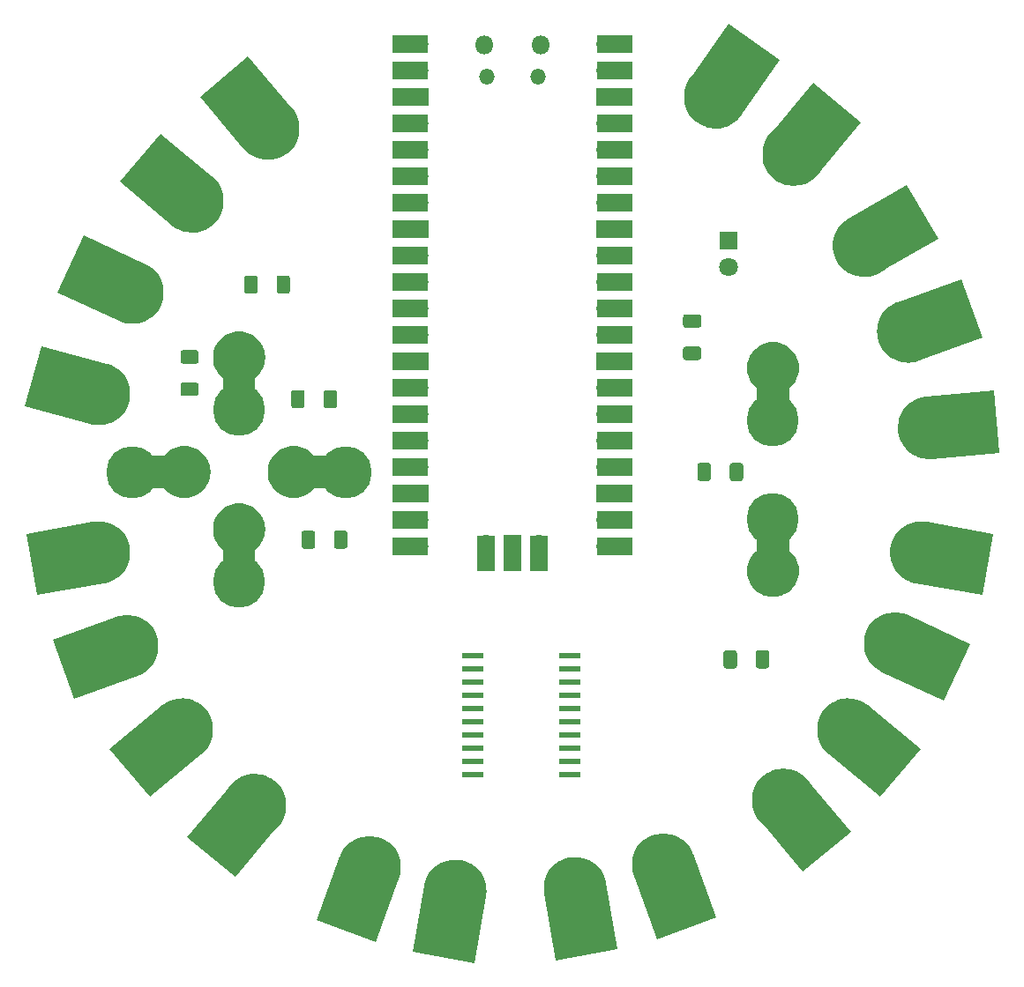
<source format=gbr>
%TF.GenerationSoftware,KiCad,Pcbnew,(5.1.10)-1*%
%TF.CreationDate,2021-06-07T23:37:17+02:00*%
%TF.ProjectId,Frisbee_v01,46726973-6265-4655-9f76-30312e6b6963,rev?*%
%TF.SameCoordinates,Original*%
%TF.FileFunction,Soldermask,Top*%
%TF.FilePolarity,Negative*%
%FSLAX46Y46*%
G04 Gerber Fmt 4.6, Leading zero omitted, Abs format (unit mm)*
G04 Created by KiCad (PCBNEW (5.1.10)-1) date 2021-06-07 23:37:17*
%MOMM*%
%LPD*%
G01*
G04 APERTURE LIST*
%ADD10C,0.100000*%
%ADD11C,5.000000*%
%ADD12C,1.800000*%
%ADD13R,1.800000X1.800000*%
%ADD14C,6.000000*%
%ADD15R,2.050000X0.600000*%
%ADD16O,1.700000X1.700000*%
%ADD17R,1.700000X1.700000*%
%ADD18R,3.500000X1.700000*%
%ADD19O,1.800000X1.800000*%
%ADD20O,1.500000X1.500000*%
%ADD21R,1.700000X3.500000*%
G04 APERTURE END LIST*
D10*
%TO.C,D9/Space1*%
G36*
X177472941Y-100366826D02*
G01*
X177425078Y-100607450D01*
X177353860Y-100842225D01*
X177259973Y-101068888D01*
X177144322Y-101285257D01*
X177008019Y-101489248D01*
X176852378Y-101678897D01*
X176678897Y-101852378D01*
X176550000Y-101958161D01*
X176550000Y-103250000D01*
X176549039Y-103259755D01*
X176546194Y-103269134D01*
X176541573Y-103277779D01*
X176535355Y-103285355D01*
X176527779Y-103291573D01*
X176519134Y-103296194D01*
X176509755Y-103299039D01*
X176500000Y-103300000D01*
X173500000Y-103300000D01*
X173490245Y-103299039D01*
X173480866Y-103296194D01*
X173472221Y-103291573D01*
X173464645Y-103285355D01*
X173458427Y-103277779D01*
X173453806Y-103269134D01*
X173450961Y-103259755D01*
X173450000Y-103250000D01*
X173450000Y-101958161D01*
X173321103Y-101852378D01*
X173147622Y-101678897D01*
X172991981Y-101489248D01*
X172855678Y-101285257D01*
X172740027Y-101068888D01*
X172646140Y-100842225D01*
X172574922Y-100607450D01*
X172527059Y-100366826D01*
X172503011Y-100122669D01*
X172503011Y-99877331D01*
X172527059Y-99633174D01*
X172574922Y-99392550D01*
X172646140Y-99157775D01*
X172740027Y-98931112D01*
X172855678Y-98714743D01*
X172991981Y-98510752D01*
X173147622Y-98321103D01*
X173321103Y-98147622D01*
X173510752Y-97991981D01*
X173714743Y-97855678D01*
X173931112Y-97740027D01*
X174157775Y-97646140D01*
X174392550Y-97574922D01*
X174633174Y-97527059D01*
X174877331Y-97503011D01*
X175122669Y-97503011D01*
X175366826Y-97527059D01*
X175607450Y-97574922D01*
X175842225Y-97646140D01*
X176068888Y-97740027D01*
X176285257Y-97855678D01*
X176489248Y-97991981D01*
X176678897Y-98147622D01*
X176852378Y-98321103D01*
X177008019Y-98510752D01*
X177144322Y-98714743D01*
X177259973Y-98931112D01*
X177353860Y-99157775D01*
X177425078Y-99392550D01*
X177472941Y-99633174D01*
X177496989Y-99877331D01*
X177496989Y-100122669D01*
X177472941Y-100366826D01*
G37*
D11*
X175000000Y-105000000D03*
%TD*%
D10*
%TO.C,D8/Click1*%
G36*
X172527059Y-119133174D02*
G01*
X172574922Y-118892550D01*
X172646140Y-118657775D01*
X172740027Y-118431112D01*
X172855678Y-118214743D01*
X172991981Y-118010752D01*
X173147622Y-117821103D01*
X173321103Y-117647622D01*
X173450000Y-117541839D01*
X173450000Y-116250000D01*
X173450961Y-116240245D01*
X173453806Y-116230866D01*
X173458427Y-116222221D01*
X173464645Y-116214645D01*
X173472221Y-116208427D01*
X173480866Y-116203806D01*
X173490245Y-116200961D01*
X173500000Y-116200000D01*
X176500000Y-116200000D01*
X176509755Y-116200961D01*
X176519134Y-116203806D01*
X176527779Y-116208427D01*
X176535355Y-116214645D01*
X176541573Y-116222221D01*
X176546194Y-116230866D01*
X176549039Y-116240245D01*
X176550000Y-116250000D01*
X176550000Y-117541839D01*
X176678897Y-117647622D01*
X176852378Y-117821103D01*
X177008019Y-118010752D01*
X177144322Y-118214743D01*
X177259973Y-118431112D01*
X177353860Y-118657775D01*
X177425078Y-118892550D01*
X177472941Y-119133174D01*
X177496989Y-119377331D01*
X177496989Y-119622669D01*
X177472941Y-119866826D01*
X177425078Y-120107450D01*
X177353860Y-120342225D01*
X177259973Y-120568888D01*
X177144322Y-120785257D01*
X177008019Y-120989248D01*
X176852378Y-121178897D01*
X176678897Y-121352378D01*
X176489248Y-121508019D01*
X176285257Y-121644322D01*
X176068888Y-121759973D01*
X175842225Y-121853860D01*
X175607450Y-121925078D01*
X175366826Y-121972941D01*
X175122669Y-121996989D01*
X174877331Y-121996989D01*
X174633174Y-121972941D01*
X174392550Y-121925078D01*
X174157775Y-121853860D01*
X173931112Y-121759973D01*
X173714743Y-121644322D01*
X173510752Y-121508019D01*
X173321103Y-121352378D01*
X173147622Y-121178897D01*
X172991981Y-120989248D01*
X172855678Y-120785257D01*
X172740027Y-120568888D01*
X172646140Y-120342225D01*
X172574922Y-120107450D01*
X172527059Y-119866826D01*
X172503011Y-119622669D01*
X172503011Y-119377331D01*
X172527059Y-119133174D01*
G37*
D11*
X175000000Y-114500000D03*
%TD*%
D10*
%TO.C,D7/Down1*%
G36*
X126222941Y-115866826D02*
G01*
X126175078Y-116107450D01*
X126103860Y-116342225D01*
X126009973Y-116568888D01*
X125894322Y-116785257D01*
X125758019Y-116989248D01*
X125602378Y-117178897D01*
X125428897Y-117352378D01*
X125300000Y-117458161D01*
X125300000Y-118750000D01*
X125299039Y-118759755D01*
X125296194Y-118769134D01*
X125291573Y-118777779D01*
X125285355Y-118785355D01*
X125277779Y-118791573D01*
X125269134Y-118796194D01*
X125259755Y-118799039D01*
X125250000Y-118800000D01*
X122250000Y-118800000D01*
X122240245Y-118799039D01*
X122230866Y-118796194D01*
X122222221Y-118791573D01*
X122214645Y-118785355D01*
X122208427Y-118777779D01*
X122203806Y-118769134D01*
X122200961Y-118759755D01*
X122200000Y-118750000D01*
X122200000Y-117458161D01*
X122071103Y-117352378D01*
X121897622Y-117178897D01*
X121741981Y-116989248D01*
X121605678Y-116785257D01*
X121490027Y-116568888D01*
X121396140Y-116342225D01*
X121324922Y-116107450D01*
X121277059Y-115866826D01*
X121253011Y-115622669D01*
X121253011Y-115377331D01*
X121277059Y-115133174D01*
X121324922Y-114892550D01*
X121396140Y-114657775D01*
X121490027Y-114431112D01*
X121605678Y-114214743D01*
X121741981Y-114010752D01*
X121897622Y-113821103D01*
X122071103Y-113647622D01*
X122260752Y-113491981D01*
X122464743Y-113355678D01*
X122681112Y-113240027D01*
X122907775Y-113146140D01*
X123142550Y-113074922D01*
X123383174Y-113027059D01*
X123627331Y-113003011D01*
X123872669Y-113003011D01*
X124116826Y-113027059D01*
X124357450Y-113074922D01*
X124592225Y-113146140D01*
X124818888Y-113240027D01*
X125035257Y-113355678D01*
X125239248Y-113491981D01*
X125428897Y-113647622D01*
X125602378Y-113821103D01*
X125758019Y-114010752D01*
X125894322Y-114214743D01*
X126009973Y-114431112D01*
X126103860Y-114657775D01*
X126175078Y-114892550D01*
X126222941Y-115133174D01*
X126246989Y-115377331D01*
X126246989Y-115622669D01*
X126222941Y-115866826D01*
G37*
D11*
X123750000Y-120500000D03*
%TD*%
D10*
%TO.C,D6/Right1*%
G36*
X118133174Y-112472941D02*
G01*
X117892550Y-112425078D01*
X117657775Y-112353860D01*
X117431112Y-112259973D01*
X117214743Y-112144322D01*
X117010752Y-112008019D01*
X116821103Y-111852378D01*
X116647622Y-111678897D01*
X116541839Y-111550000D01*
X115250000Y-111550000D01*
X115240245Y-111549039D01*
X115230866Y-111546194D01*
X115222221Y-111541573D01*
X115214645Y-111535355D01*
X115208427Y-111527779D01*
X115203806Y-111519134D01*
X115200961Y-111509755D01*
X115200000Y-111500000D01*
X115200000Y-108500000D01*
X115200961Y-108490245D01*
X115203806Y-108480866D01*
X115208427Y-108472221D01*
X115214645Y-108464645D01*
X115222221Y-108458427D01*
X115230866Y-108453806D01*
X115240245Y-108450961D01*
X115250000Y-108450000D01*
X116541839Y-108450000D01*
X116647622Y-108321103D01*
X116821103Y-108147622D01*
X117010752Y-107991981D01*
X117214743Y-107855678D01*
X117431112Y-107740027D01*
X117657775Y-107646140D01*
X117892550Y-107574922D01*
X118133174Y-107527059D01*
X118377331Y-107503011D01*
X118622669Y-107503011D01*
X118866826Y-107527059D01*
X119107450Y-107574922D01*
X119342225Y-107646140D01*
X119568888Y-107740027D01*
X119785257Y-107855678D01*
X119989248Y-107991981D01*
X120178897Y-108147622D01*
X120352378Y-108321103D01*
X120508019Y-108510752D01*
X120644322Y-108714743D01*
X120759973Y-108931112D01*
X120853860Y-109157775D01*
X120925078Y-109392550D01*
X120972941Y-109633174D01*
X120996989Y-109877331D01*
X120996989Y-110122669D01*
X120972941Y-110366826D01*
X120925078Y-110607450D01*
X120853860Y-110842225D01*
X120759973Y-111068888D01*
X120644322Y-111285257D01*
X120508019Y-111489248D01*
X120352378Y-111678897D01*
X120178897Y-111852378D01*
X119989248Y-112008019D01*
X119785257Y-112144322D01*
X119568888Y-112259973D01*
X119342225Y-112353860D01*
X119107450Y-112425078D01*
X118866826Y-112472941D01*
X118622669Y-112496989D01*
X118377331Y-112496989D01*
X118133174Y-112472941D01*
G37*
D11*
X113500000Y-110000000D03*
%TD*%
D10*
%TO.C,D5/Left1*%
G36*
X129366826Y-107527059D02*
G01*
X129607450Y-107574922D01*
X129842225Y-107646140D01*
X130068888Y-107740027D01*
X130285257Y-107855678D01*
X130489248Y-107991981D01*
X130678897Y-108147622D01*
X130852378Y-108321103D01*
X130958161Y-108450000D01*
X132250000Y-108450000D01*
X132259755Y-108450961D01*
X132269134Y-108453806D01*
X132277779Y-108458427D01*
X132285355Y-108464645D01*
X132291573Y-108472221D01*
X132296194Y-108480866D01*
X132299039Y-108490245D01*
X132300000Y-108500000D01*
X132300000Y-111500000D01*
X132299039Y-111509755D01*
X132296194Y-111519134D01*
X132291573Y-111527779D01*
X132285355Y-111535355D01*
X132277779Y-111541573D01*
X132269134Y-111546194D01*
X132259755Y-111549039D01*
X132250000Y-111550000D01*
X130958161Y-111550000D01*
X130852378Y-111678897D01*
X130678897Y-111852378D01*
X130489248Y-112008019D01*
X130285257Y-112144322D01*
X130068888Y-112259973D01*
X129842225Y-112353860D01*
X129607450Y-112425078D01*
X129366826Y-112472941D01*
X129122669Y-112496989D01*
X128877331Y-112496989D01*
X128633174Y-112472941D01*
X128392550Y-112425078D01*
X128157775Y-112353860D01*
X127931112Y-112259973D01*
X127714743Y-112144322D01*
X127510752Y-112008019D01*
X127321103Y-111852378D01*
X127147622Y-111678897D01*
X126991981Y-111489248D01*
X126855678Y-111285257D01*
X126740027Y-111068888D01*
X126646140Y-110842225D01*
X126574922Y-110607450D01*
X126527059Y-110366826D01*
X126503011Y-110122669D01*
X126503011Y-109877331D01*
X126527059Y-109633174D01*
X126574922Y-109392550D01*
X126646140Y-109157775D01*
X126740027Y-108931112D01*
X126855678Y-108714743D01*
X126991981Y-108510752D01*
X127147622Y-108321103D01*
X127321103Y-108147622D01*
X127510752Y-107991981D01*
X127714743Y-107855678D01*
X127931112Y-107740027D01*
X128157775Y-107646140D01*
X128392550Y-107574922D01*
X128633174Y-107527059D01*
X128877331Y-107503011D01*
X129122669Y-107503011D01*
X129366826Y-107527059D01*
G37*
D11*
X134000000Y-110000000D03*
%TD*%
D10*
%TO.C,D4/Up1*%
G36*
X126222941Y-99366826D02*
G01*
X126175078Y-99607450D01*
X126103860Y-99842225D01*
X126009973Y-100068888D01*
X125894322Y-100285257D01*
X125758019Y-100489248D01*
X125602378Y-100678897D01*
X125428897Y-100852378D01*
X125300000Y-100958161D01*
X125300000Y-102250000D01*
X125299039Y-102259755D01*
X125296194Y-102269134D01*
X125291573Y-102277779D01*
X125285355Y-102285355D01*
X125277779Y-102291573D01*
X125269134Y-102296194D01*
X125259755Y-102299039D01*
X125250000Y-102300000D01*
X122250000Y-102300000D01*
X122240245Y-102299039D01*
X122230866Y-102296194D01*
X122222221Y-102291573D01*
X122214645Y-102285355D01*
X122208427Y-102277779D01*
X122203806Y-102269134D01*
X122200961Y-102259755D01*
X122200000Y-102250000D01*
X122200000Y-100958161D01*
X122071103Y-100852378D01*
X121897622Y-100678897D01*
X121741981Y-100489248D01*
X121605678Y-100285257D01*
X121490027Y-100068888D01*
X121396140Y-99842225D01*
X121324922Y-99607450D01*
X121277059Y-99366826D01*
X121253011Y-99122669D01*
X121253011Y-98877331D01*
X121277059Y-98633174D01*
X121324922Y-98392550D01*
X121396140Y-98157775D01*
X121490027Y-97931112D01*
X121605678Y-97714743D01*
X121741981Y-97510752D01*
X121897622Y-97321103D01*
X122071103Y-97147622D01*
X122260752Y-96991981D01*
X122464743Y-96855678D01*
X122681112Y-96740027D01*
X122907775Y-96646140D01*
X123142550Y-96574922D01*
X123383174Y-96527059D01*
X123627331Y-96503011D01*
X123872669Y-96503011D01*
X124116826Y-96527059D01*
X124357450Y-96574922D01*
X124592225Y-96646140D01*
X124818888Y-96740027D01*
X125035257Y-96855678D01*
X125239248Y-96991981D01*
X125428897Y-97147622D01*
X125602378Y-97321103D01*
X125758019Y-97510752D01*
X125894322Y-97714743D01*
X126009973Y-97931112D01*
X126103860Y-98157775D01*
X126175078Y-98392550D01*
X126222941Y-98633174D01*
X126246989Y-98877331D01*
X126246989Y-99122669D01*
X126222941Y-99366826D01*
G37*
D11*
X123750000Y-104000000D03*
%TD*%
%TO.C,R7*%
G36*
G01*
X167875001Y-96150000D02*
X166624999Y-96150000D01*
G75*
G02*
X166375000Y-95900001I0J249999D01*
G01*
X166375000Y-95099999D01*
G75*
G02*
X166624999Y-94850000I249999J0D01*
G01*
X167875001Y-94850000D01*
G75*
G02*
X168125000Y-95099999I0J-249999D01*
G01*
X168125000Y-95900001D01*
G75*
G02*
X167875001Y-96150000I-249999J0D01*
G01*
G37*
G36*
G01*
X167875001Y-99250000D02*
X166624999Y-99250000D01*
G75*
G02*
X166375000Y-99000001I0J249999D01*
G01*
X166375000Y-98199999D01*
G75*
G02*
X166624999Y-97950000I249999J0D01*
G01*
X167875001Y-97950000D01*
G75*
G02*
X168125000Y-98199999I0J-249999D01*
G01*
X168125000Y-99000001D01*
G75*
G02*
X167875001Y-99250000I-249999J0D01*
G01*
G37*
%TD*%
D12*
%TO.C,LED1*%
X170750000Y-90290000D03*
D13*
X170750000Y-87750000D03*
%TD*%
D14*
%TO.C,VBUS1*%
X177000000Y-79500000D03*
D10*
G36*
X183476253Y-76449074D02*
G01*
X179298133Y-81428363D01*
X179295365Y-81426040D01*
X179200745Y-81538804D01*
X178990311Y-81744697D01*
X178760707Y-81928974D01*
X178514147Y-82089857D01*
X178253007Y-82225798D01*
X177979798Y-82335489D01*
X177697154Y-82417872D01*
X177407795Y-82472154D01*
X177114510Y-82497814D01*
X176820121Y-82494603D01*
X176527464Y-82462551D01*
X176239359Y-82401969D01*
X175958580Y-82313440D01*
X175687829Y-82197816D01*
X175429714Y-82056209D01*
X175186724Y-81889985D01*
X174961196Y-81700745D01*
X174755303Y-81490311D01*
X174571026Y-81260707D01*
X174410143Y-81014147D01*
X174274202Y-80753007D01*
X174164511Y-80479798D01*
X174082128Y-80197154D01*
X174027846Y-79907795D01*
X174002186Y-79614510D01*
X174005397Y-79320121D01*
X174037449Y-79027464D01*
X174098031Y-78739359D01*
X174186560Y-78458580D01*
X174302184Y-78187829D01*
X174443791Y-77929714D01*
X174610015Y-77686724D01*
X174704635Y-77573960D01*
X174701867Y-77571637D01*
X178879986Y-72592348D01*
X183476253Y-76449074D01*
G37*
%TD*%
D14*
%TO.C,M2-1*%
X156000000Y-150000000D03*
D10*
G36*
X154174290Y-156922195D02*
G01*
X153045577Y-150520945D01*
X153049136Y-150520317D01*
X153023574Y-150375350D01*
X153001115Y-150081803D01*
X153007538Y-149787466D01*
X153042780Y-149495177D01*
X153106500Y-149207750D01*
X153198088Y-148927952D01*
X153316658Y-148658479D01*
X153461072Y-148401925D01*
X153629936Y-148160762D01*
X153821625Y-147937311D01*
X154034294Y-147733725D01*
X154265893Y-147551965D01*
X154514192Y-147393782D01*
X154776801Y-147260696D01*
X155051190Y-147153992D01*
X155334716Y-147074697D01*
X155624650Y-147023574D01*
X155918197Y-147001115D01*
X156212534Y-147007538D01*
X156504823Y-147042780D01*
X156792250Y-147106500D01*
X157072048Y-147198088D01*
X157341521Y-147316658D01*
X157598075Y-147461072D01*
X157839238Y-147629936D01*
X158062689Y-147821625D01*
X158266275Y-148034294D01*
X158448035Y-148265893D01*
X158606218Y-148514192D01*
X158739304Y-148776801D01*
X158846008Y-149051190D01*
X158925303Y-149334716D01*
X158950864Y-149479683D01*
X158954423Y-149479055D01*
X160083136Y-155880306D01*
X154174290Y-156922195D01*
G37*
%TD*%
D14*
%TO.C,M2+1*%
X164500000Y-147750000D03*
D10*
G36*
X163904053Y-154884062D02*
G01*
X161680922Y-148776060D01*
X161684318Y-148774824D01*
X161633972Y-148636499D01*
X161560880Y-148351311D01*
X161516094Y-148060330D01*
X161500045Y-147766362D01*
X161512886Y-147472237D01*
X161554496Y-147180786D01*
X161624472Y-146894817D01*
X161722141Y-146617083D01*
X161846562Y-146350262D01*
X161996538Y-146096919D01*
X162170623Y-145859497D01*
X162367141Y-145640281D01*
X162584200Y-145441384D01*
X162819709Y-145264719D01*
X163071401Y-145111988D01*
X163336850Y-144984665D01*
X163613501Y-144883972D01*
X163898689Y-144810880D01*
X164189670Y-144766094D01*
X164483638Y-144750045D01*
X164777763Y-144762886D01*
X165069214Y-144804496D01*
X165355183Y-144874472D01*
X165632917Y-144972141D01*
X165899738Y-145096562D01*
X166153081Y-145246538D01*
X166390503Y-145420623D01*
X166609719Y-145617141D01*
X166808616Y-145834200D01*
X166985281Y-146069709D01*
X167138012Y-146321401D01*
X167265335Y-146586850D01*
X167315682Y-146725176D01*
X167319078Y-146723940D01*
X169542209Y-152831942D01*
X163904053Y-154884062D01*
G37*
%TD*%
D14*
%TO.C,M1-1*%
X144500000Y-150250000D03*
D10*
G36*
X140416864Y-156130306D02*
G01*
X141545577Y-149729055D01*
X141549136Y-149729683D01*
X141574697Y-149584716D01*
X141653992Y-149301190D01*
X141760696Y-149026801D01*
X141893782Y-148764192D01*
X142051965Y-148515893D01*
X142233725Y-148284294D01*
X142437311Y-148071625D01*
X142660762Y-147879936D01*
X142901925Y-147711072D01*
X143158479Y-147566658D01*
X143427952Y-147448088D01*
X143707750Y-147356500D01*
X143995177Y-147292780D01*
X144287466Y-147257538D01*
X144581803Y-147251115D01*
X144875350Y-147273574D01*
X145165284Y-147324697D01*
X145448810Y-147403992D01*
X145723199Y-147510696D01*
X145985808Y-147643782D01*
X146234107Y-147801965D01*
X146465706Y-147983725D01*
X146678375Y-148187311D01*
X146870064Y-148410762D01*
X147038928Y-148651925D01*
X147183342Y-148908479D01*
X147301912Y-149177952D01*
X147393500Y-149457750D01*
X147457220Y-149745177D01*
X147492462Y-150037466D01*
X147498885Y-150331803D01*
X147476426Y-150625350D01*
X147450864Y-150770317D01*
X147454423Y-150770945D01*
X146325710Y-157172195D01*
X140416864Y-156130306D01*
G37*
%TD*%
D14*
%TO.C,M1+1*%
X136250000Y-148000000D03*
D10*
G36*
X131207791Y-153081942D02*
G01*
X133430922Y-146973940D01*
X133434318Y-146975176D01*
X133484665Y-146836850D01*
X133611988Y-146571401D01*
X133764719Y-146319709D01*
X133941384Y-146084200D01*
X134140281Y-145867141D01*
X134359497Y-145670623D01*
X134596919Y-145496538D01*
X134850262Y-145346562D01*
X135117083Y-145222141D01*
X135394817Y-145124472D01*
X135680786Y-145054496D01*
X135972237Y-145012886D01*
X136266362Y-145000045D01*
X136560330Y-145016094D01*
X136851311Y-145060880D01*
X137136499Y-145133972D01*
X137413150Y-145234665D01*
X137678599Y-145361988D01*
X137930291Y-145514719D01*
X138165800Y-145691384D01*
X138382859Y-145890281D01*
X138579377Y-146109497D01*
X138753462Y-146346919D01*
X138903438Y-146600262D01*
X139027859Y-146867083D01*
X139125528Y-147144817D01*
X139195504Y-147430786D01*
X139237114Y-147722237D01*
X139249955Y-148016362D01*
X139233906Y-148310330D01*
X139189120Y-148601311D01*
X139116028Y-148886499D01*
X139065682Y-149024824D01*
X139069078Y-149026060D01*
X136845947Y-155134062D01*
X131207791Y-153081942D01*
G37*
%TD*%
D14*
%TO.C,D3*%
X110250000Y-102500000D03*
D10*
G36*
X104747939Y-97919899D02*
G01*
X111026457Y-99602223D01*
X111025522Y-99605713D01*
X111167709Y-99643812D01*
X111443245Y-99747516D01*
X111707291Y-99877729D01*
X111957301Y-100033196D01*
X112190868Y-100212418D01*
X112405745Y-100413672D01*
X112599860Y-100635018D01*
X112771345Y-100874326D01*
X112918548Y-101129288D01*
X113040052Y-101397452D01*
X113134685Y-101676234D01*
X113201538Y-101962950D01*
X113239966Y-102254836D01*
X113249599Y-102549085D01*
X113230344Y-102842861D01*
X113182386Y-103133335D01*
X113106188Y-103417709D01*
X113002484Y-103693245D01*
X112872271Y-103957291D01*
X112716804Y-104207301D01*
X112537582Y-104440868D01*
X112336328Y-104655745D01*
X112114982Y-104849860D01*
X111875674Y-105021345D01*
X111620712Y-105168548D01*
X111352548Y-105290052D01*
X111073766Y-105384685D01*
X110787050Y-105451538D01*
X110495164Y-105489966D01*
X110200915Y-105499599D01*
X109907139Y-105480344D01*
X109616665Y-105432386D01*
X109474478Y-105394287D01*
X109473543Y-105397777D01*
X103195025Y-103715454D01*
X104747939Y-97919899D01*
G37*
%TD*%
D14*
%TO.C,D2*%
X113500000Y-92750000D03*
D10*
G36*
X108876854Y-87284058D02*
G01*
X114767855Y-90031077D01*
X114766327Y-90034352D01*
X114899739Y-90096563D01*
X115153081Y-90246537D01*
X115390504Y-90420623D01*
X115609719Y-90617142D01*
X115808616Y-90834200D01*
X115985281Y-91069709D01*
X116138012Y-91321400D01*
X116265336Y-91586850D01*
X116366028Y-91863501D01*
X116439120Y-92148690D01*
X116483906Y-92439670D01*
X116499955Y-92733638D01*
X116487114Y-93027763D01*
X116445505Y-93319214D01*
X116375528Y-93605184D01*
X116277859Y-93882916D01*
X116153437Y-94149739D01*
X116003463Y-94403081D01*
X115829377Y-94640504D01*
X115632858Y-94859719D01*
X115415800Y-95058616D01*
X115180291Y-95235281D01*
X114928600Y-95388012D01*
X114663150Y-95515336D01*
X114386499Y-95616028D01*
X114101310Y-95689120D01*
X113810330Y-95733906D01*
X113516362Y-95749955D01*
X113222237Y-95737114D01*
X112930786Y-95695505D01*
X112644816Y-95625528D01*
X112367084Y-95527859D01*
X112233673Y-95465648D01*
X112232145Y-95468923D01*
X106341145Y-92721905D01*
X108876854Y-87284058D01*
G37*
%TD*%
D14*
%TO.C,D1*%
X119250000Y-84000000D03*
D10*
G36*
X116199074Y-77523747D02*
G01*
X121178363Y-81701867D01*
X121176040Y-81704635D01*
X121288804Y-81799255D01*
X121494697Y-82009689D01*
X121678974Y-82239293D01*
X121839857Y-82485853D01*
X121975798Y-82746993D01*
X122085489Y-83020202D01*
X122167872Y-83302846D01*
X122222154Y-83592205D01*
X122247814Y-83885490D01*
X122244603Y-84179879D01*
X122212551Y-84472536D01*
X122151969Y-84760641D01*
X122063440Y-85041420D01*
X121947816Y-85312171D01*
X121806209Y-85570286D01*
X121639985Y-85813276D01*
X121450745Y-86038804D01*
X121240311Y-86244697D01*
X121010707Y-86428974D01*
X120764147Y-86589857D01*
X120503007Y-86725798D01*
X120229798Y-86835489D01*
X119947154Y-86917872D01*
X119657795Y-86972154D01*
X119364510Y-86997814D01*
X119070121Y-86994603D01*
X118777464Y-86962551D01*
X118489359Y-86901969D01*
X118208580Y-86813440D01*
X117937829Y-86697816D01*
X117679714Y-86556209D01*
X117436724Y-86389985D01*
X117323960Y-86295365D01*
X117321637Y-86298133D01*
X112342348Y-82120014D01*
X116199074Y-77523747D01*
G37*
%TD*%
D14*
%TO.C,D0*%
X126500000Y-77000000D03*
D10*
G36*
X124620014Y-70092348D02*
G01*
X128798133Y-75071637D01*
X128795365Y-75073960D01*
X128889985Y-75186724D01*
X129056209Y-75429714D01*
X129197816Y-75687829D01*
X129313440Y-75958580D01*
X129401969Y-76239359D01*
X129462551Y-76527464D01*
X129494603Y-76820121D01*
X129497814Y-77114510D01*
X129472154Y-77407795D01*
X129417872Y-77697154D01*
X129335489Y-77979798D01*
X129225798Y-78253007D01*
X129089857Y-78514147D01*
X128928974Y-78760707D01*
X128744697Y-78990311D01*
X128538804Y-79200745D01*
X128313276Y-79389985D01*
X128070286Y-79556209D01*
X127812171Y-79697816D01*
X127541420Y-79813440D01*
X127260641Y-79901969D01*
X126972536Y-79962551D01*
X126679879Y-79994603D01*
X126385490Y-79997814D01*
X126092205Y-79972154D01*
X125802846Y-79917872D01*
X125520202Y-79835489D01*
X125246993Y-79725798D01*
X124985853Y-79589857D01*
X124739293Y-79428974D01*
X124509689Y-79244697D01*
X124299255Y-79038804D01*
X124204635Y-78926040D01*
X124201867Y-78928363D01*
X120023747Y-73949074D01*
X124620014Y-70092348D01*
G37*
%TD*%
D14*
%TO.C,A2*%
X183750000Y-88250000D03*
D10*
G36*
X190879165Y-87598076D02*
G01*
X185250000Y-90848076D01*
X185248193Y-90844946D01*
X185120711Y-90918548D01*
X184852548Y-91040052D01*
X184573766Y-91134686D01*
X184287050Y-91201538D01*
X183995164Y-91239966D01*
X183700915Y-91249598D01*
X183407139Y-91230344D01*
X183116665Y-91182386D01*
X182832291Y-91106188D01*
X182556754Y-91002484D01*
X182292710Y-90872271D01*
X182042699Y-90716804D01*
X181809132Y-90537582D01*
X181594255Y-90336328D01*
X181400139Y-90114982D01*
X181228655Y-89875675D01*
X181081452Y-89620711D01*
X180959948Y-89352548D01*
X180865314Y-89073766D01*
X180798462Y-88787050D01*
X180760034Y-88495164D01*
X180750402Y-88200915D01*
X180769656Y-87907139D01*
X180817614Y-87616665D01*
X180893812Y-87332291D01*
X180997516Y-87056754D01*
X181127729Y-86792710D01*
X181283196Y-86542699D01*
X181462418Y-86309132D01*
X181663672Y-86094255D01*
X181885018Y-85900139D01*
X182124325Y-85728655D01*
X182251807Y-85655054D01*
X182250000Y-85651924D01*
X187879165Y-82401924D01*
X190879165Y-87598076D01*
G37*
%TD*%
D14*
%TO.C,A1*%
X188000000Y-96500000D03*
D10*
G36*
X195134062Y-97095947D02*
G01*
X189026060Y-99319078D01*
X189024824Y-99315682D01*
X188886499Y-99366028D01*
X188601311Y-99439120D01*
X188310330Y-99483906D01*
X188016362Y-99499955D01*
X187722237Y-99487114D01*
X187430786Y-99445504D01*
X187144817Y-99375528D01*
X186867083Y-99277859D01*
X186600262Y-99153438D01*
X186346919Y-99003462D01*
X186109497Y-98829377D01*
X185890281Y-98632859D01*
X185691384Y-98415800D01*
X185514719Y-98180291D01*
X185361988Y-97928599D01*
X185234665Y-97663150D01*
X185133972Y-97386499D01*
X185060880Y-97101311D01*
X185016094Y-96810330D01*
X185000045Y-96516362D01*
X185012886Y-96222237D01*
X185054496Y-95930786D01*
X185124472Y-95644817D01*
X185222141Y-95367083D01*
X185346562Y-95100262D01*
X185496538Y-94846919D01*
X185670623Y-94609497D01*
X185867141Y-94390281D01*
X186084200Y-94191384D01*
X186319709Y-94014719D01*
X186571401Y-93861988D01*
X186836850Y-93734665D01*
X186975176Y-93684318D01*
X186973940Y-93680922D01*
X193081942Y-91457791D01*
X195134062Y-97095947D01*
G37*
%TD*%
D14*
%TO.C,A0*%
X190000000Y-105750000D03*
D10*
G36*
X196736733Y-108172072D02*
G01*
X190261467Y-108738584D01*
X190261152Y-108734984D01*
X190114509Y-108747813D01*
X189820121Y-108744603D01*
X189527464Y-108712552D01*
X189239359Y-108651969D01*
X188958580Y-108563440D01*
X188687829Y-108447815D01*
X188429715Y-108306210D01*
X188186724Y-108139985D01*
X187961196Y-107950745D01*
X187755302Y-107740310D01*
X187571027Y-107510707D01*
X187410143Y-107264148D01*
X187274202Y-107003007D01*
X187164511Y-106729799D01*
X187082128Y-106447153D01*
X187027846Y-106157795D01*
X187002187Y-105864509D01*
X187005397Y-105570121D01*
X187037448Y-105277464D01*
X187098031Y-104989359D01*
X187186560Y-104708580D01*
X187302185Y-104437829D01*
X187443790Y-104179715D01*
X187610015Y-103936724D01*
X187799255Y-103711196D01*
X188009690Y-103505302D01*
X188239293Y-103321027D01*
X188485852Y-103160143D01*
X188746993Y-103024202D01*
X189020201Y-102914511D01*
X189302847Y-102832128D01*
X189592205Y-102777846D01*
X189738848Y-102765016D01*
X189738533Y-102761416D01*
X196213798Y-102194904D01*
X196736733Y-108172072D01*
G37*
%TD*%
D14*
%TO.C,3V3*%
X169500000Y-74000000D03*
D10*
G36*
X175685703Y-70396241D02*
G01*
X171957456Y-75720729D01*
X171954496Y-75718656D01*
X171870064Y-75839238D01*
X171678375Y-76062689D01*
X171465706Y-76266275D01*
X171234107Y-76448035D01*
X170985808Y-76606219D01*
X170723199Y-76739304D01*
X170448810Y-76846008D01*
X170165283Y-76925303D01*
X169875351Y-76976426D01*
X169581802Y-76998885D01*
X169287466Y-76992462D01*
X168995177Y-76957221D01*
X168707750Y-76893500D01*
X168427952Y-76801913D01*
X168158478Y-76683341D01*
X167901925Y-76538928D01*
X167660762Y-76370064D01*
X167437311Y-76178375D01*
X167233725Y-75965706D01*
X167051965Y-75734107D01*
X166893781Y-75485808D01*
X166760696Y-75223199D01*
X166653992Y-74948810D01*
X166574697Y-74665283D01*
X166523574Y-74375351D01*
X166501115Y-74081802D01*
X166507538Y-73787466D01*
X166542779Y-73495177D01*
X166606500Y-73207750D01*
X166698087Y-72927952D01*
X166816659Y-72658478D01*
X166961072Y-72401925D01*
X167045504Y-72281344D01*
X167042544Y-72279271D01*
X170770791Y-66954782D01*
X175685703Y-70396241D01*
G37*
%TD*%
D14*
%TO.C,GND8*%
X176000000Y-141500000D03*
D10*
G36*
X177879986Y-148407652D02*
G01*
X173701867Y-143428363D01*
X173704635Y-143426040D01*
X173610015Y-143313276D01*
X173443791Y-143070286D01*
X173302184Y-142812171D01*
X173186560Y-142541420D01*
X173098031Y-142260641D01*
X173037449Y-141972536D01*
X173005397Y-141679879D01*
X173002186Y-141385490D01*
X173027846Y-141092205D01*
X173082128Y-140802846D01*
X173164511Y-140520202D01*
X173274202Y-140246993D01*
X173410143Y-139985853D01*
X173571026Y-139739293D01*
X173755303Y-139509689D01*
X173961196Y-139299255D01*
X174186724Y-139110015D01*
X174429714Y-138943791D01*
X174687829Y-138802184D01*
X174958580Y-138686560D01*
X175239359Y-138598031D01*
X175527464Y-138537449D01*
X175820121Y-138505397D01*
X176114510Y-138502186D01*
X176407795Y-138527846D01*
X176697154Y-138582128D01*
X176979798Y-138664511D01*
X177253007Y-138774202D01*
X177514147Y-138910143D01*
X177760707Y-139071026D01*
X177990311Y-139255303D01*
X178200745Y-139461196D01*
X178295365Y-139573960D01*
X178298133Y-139571637D01*
X182476253Y-144550926D01*
X177879986Y-148407652D01*
G37*
%TD*%
D14*
%TO.C,GND6*%
X186750000Y-126500000D03*
D10*
G36*
X191373146Y-131965942D02*
G01*
X185482145Y-129218923D01*
X185483673Y-129215648D01*
X185350261Y-129153437D01*
X185096919Y-129003463D01*
X184859496Y-128829377D01*
X184640281Y-128632858D01*
X184441384Y-128415800D01*
X184264719Y-128180291D01*
X184111988Y-127928600D01*
X183984664Y-127663150D01*
X183883972Y-127386499D01*
X183810880Y-127101310D01*
X183766094Y-126810330D01*
X183750045Y-126516362D01*
X183762886Y-126222237D01*
X183804495Y-125930786D01*
X183874472Y-125644816D01*
X183972141Y-125367084D01*
X184096563Y-125100261D01*
X184246537Y-124846919D01*
X184420623Y-124609496D01*
X184617142Y-124390281D01*
X184834200Y-124191384D01*
X185069709Y-124014719D01*
X185321400Y-123861988D01*
X185586850Y-123734664D01*
X185863501Y-123633972D01*
X186148690Y-123560880D01*
X186439670Y-123516094D01*
X186733638Y-123500045D01*
X187027763Y-123512886D01*
X187319214Y-123554495D01*
X187605184Y-123624472D01*
X187882916Y-123722141D01*
X188016327Y-123784352D01*
X188017855Y-123781077D01*
X193908855Y-126528095D01*
X191373146Y-131965942D01*
G37*
%TD*%
D14*
%TO.C,GND5*%
X182250000Y-134750000D03*
D10*
G36*
X185300926Y-141226253D02*
G01*
X180321637Y-137048133D01*
X180323960Y-137045365D01*
X180211196Y-136950745D01*
X180005303Y-136740311D01*
X179821026Y-136510707D01*
X179660143Y-136264147D01*
X179524202Y-136003007D01*
X179414511Y-135729798D01*
X179332128Y-135447154D01*
X179277846Y-135157795D01*
X179252186Y-134864510D01*
X179255397Y-134570121D01*
X179287449Y-134277464D01*
X179348031Y-133989359D01*
X179436560Y-133708580D01*
X179552184Y-133437829D01*
X179693791Y-133179714D01*
X179860015Y-132936724D01*
X180049255Y-132711196D01*
X180259689Y-132505303D01*
X180489293Y-132321026D01*
X180735853Y-132160143D01*
X180996993Y-132024202D01*
X181270202Y-131914511D01*
X181552846Y-131832128D01*
X181842205Y-131777846D01*
X182135490Y-131752186D01*
X182429879Y-131755397D01*
X182722536Y-131787449D01*
X183010641Y-131848031D01*
X183291420Y-131936560D01*
X183562171Y-132052184D01*
X183820286Y-132193791D01*
X184063276Y-132360015D01*
X184176040Y-132454635D01*
X184178363Y-132451867D01*
X189157652Y-136629986D01*
X185300926Y-141226253D01*
G37*
%TD*%
D14*
%TO.C,GND4*%
X113000000Y-126750000D03*
D10*
G36*
X105865938Y-126154053D02*
G01*
X111973940Y-123930922D01*
X111975176Y-123934318D01*
X112113501Y-123883972D01*
X112398689Y-123810880D01*
X112689670Y-123766094D01*
X112983638Y-123750045D01*
X113277763Y-123762886D01*
X113569214Y-123804496D01*
X113855183Y-123874472D01*
X114132917Y-123972141D01*
X114399738Y-124096562D01*
X114653081Y-124246538D01*
X114890503Y-124420623D01*
X115109719Y-124617141D01*
X115308616Y-124834200D01*
X115485281Y-125069709D01*
X115638012Y-125321401D01*
X115765335Y-125586850D01*
X115866028Y-125863501D01*
X115939120Y-126148689D01*
X115983906Y-126439670D01*
X115999955Y-126733638D01*
X115987114Y-127027763D01*
X115945504Y-127319214D01*
X115875528Y-127605183D01*
X115777859Y-127882917D01*
X115653438Y-128149738D01*
X115503462Y-128403081D01*
X115329377Y-128640503D01*
X115132859Y-128859719D01*
X114915800Y-129058616D01*
X114680291Y-129235281D01*
X114428599Y-129388012D01*
X114163150Y-129515335D01*
X114024824Y-129565682D01*
X114026060Y-129569078D01*
X107918058Y-131792209D01*
X105865938Y-126154053D01*
G37*
%TD*%
D14*
%TO.C,GND3*%
X110250000Y-117750000D03*
D10*
G36*
X103327805Y-115924290D02*
G01*
X109729055Y-114795577D01*
X109729683Y-114799136D01*
X109874650Y-114773574D01*
X110168197Y-114751115D01*
X110462534Y-114757538D01*
X110754823Y-114792780D01*
X111042250Y-114856500D01*
X111322048Y-114948088D01*
X111591521Y-115066658D01*
X111848075Y-115211072D01*
X112089238Y-115379936D01*
X112312689Y-115571625D01*
X112516275Y-115784294D01*
X112698035Y-116015893D01*
X112856218Y-116264192D01*
X112989304Y-116526801D01*
X113096008Y-116801190D01*
X113175303Y-117084716D01*
X113226426Y-117374650D01*
X113248885Y-117668197D01*
X113242462Y-117962534D01*
X113207220Y-118254823D01*
X113143500Y-118542250D01*
X113051912Y-118822048D01*
X112933342Y-119091521D01*
X112788928Y-119348075D01*
X112620064Y-119589238D01*
X112428375Y-119812689D01*
X112215706Y-120016275D01*
X111984107Y-120198035D01*
X111735808Y-120356218D01*
X111473199Y-120489304D01*
X111198810Y-120596008D01*
X110915284Y-120675303D01*
X110770317Y-120700864D01*
X110770945Y-120704423D01*
X104369694Y-121833136D01*
X103327805Y-115924290D01*
G37*
%TD*%
D14*
%TO.C,GND2*%
X118250000Y-134750000D03*
D10*
G36*
X111342348Y-136629986D02*
G01*
X116321637Y-132451867D01*
X116323960Y-132454635D01*
X116436724Y-132360015D01*
X116679714Y-132193791D01*
X116937829Y-132052184D01*
X117208580Y-131936560D01*
X117489359Y-131848031D01*
X117777464Y-131787449D01*
X118070121Y-131755397D01*
X118364510Y-131752186D01*
X118657795Y-131777846D01*
X118947154Y-131832128D01*
X119229798Y-131914511D01*
X119503007Y-132024202D01*
X119764147Y-132160143D01*
X120010707Y-132321026D01*
X120240311Y-132505303D01*
X120450745Y-132711196D01*
X120639985Y-132936724D01*
X120806209Y-133179714D01*
X120947816Y-133437829D01*
X121063440Y-133708580D01*
X121151969Y-133989359D01*
X121212551Y-134277464D01*
X121244603Y-134570121D01*
X121247814Y-134864510D01*
X121222154Y-135157795D01*
X121167872Y-135447154D01*
X121085489Y-135729798D01*
X120975798Y-136003007D01*
X120839857Y-136264147D01*
X120678974Y-136510707D01*
X120494697Y-136740311D01*
X120288804Y-136950745D01*
X120176040Y-137045365D01*
X120178363Y-137048133D01*
X115199074Y-141226253D01*
X111342348Y-136629986D01*
G37*
%TD*%
D14*
%TO.C,GND1*%
X125250000Y-142000000D03*
D10*
G36*
X118773747Y-145050926D02*
G01*
X122951867Y-140071637D01*
X122954635Y-140073960D01*
X123049255Y-139961196D01*
X123259689Y-139755303D01*
X123489293Y-139571026D01*
X123735853Y-139410143D01*
X123996993Y-139274202D01*
X124270202Y-139164511D01*
X124552846Y-139082128D01*
X124842205Y-139027846D01*
X125135490Y-139002186D01*
X125429879Y-139005397D01*
X125722536Y-139037449D01*
X126010641Y-139098031D01*
X126291420Y-139186560D01*
X126562171Y-139302184D01*
X126820286Y-139443791D01*
X127063276Y-139610015D01*
X127288804Y-139799255D01*
X127494697Y-140009689D01*
X127678974Y-140239293D01*
X127839857Y-140485853D01*
X127975798Y-140746993D01*
X128085489Y-141020202D01*
X128167872Y-141302846D01*
X128222154Y-141592205D01*
X128247814Y-141885490D01*
X128244603Y-142179879D01*
X128212551Y-142472536D01*
X128151969Y-142760641D01*
X128063440Y-143041420D01*
X127947816Y-143312171D01*
X127806209Y-143570286D01*
X127639985Y-143813276D01*
X127545365Y-143926040D01*
X127548133Y-143928363D01*
X123370014Y-148907652D01*
X118773747Y-145050926D01*
G37*
%TD*%
D14*
%TO.C,GND7*%
X189250000Y-117750000D03*
D10*
G36*
X195130306Y-121833136D02*
G01*
X188729055Y-120704423D01*
X188729683Y-120700864D01*
X188584716Y-120675303D01*
X188301190Y-120596008D01*
X188026801Y-120489304D01*
X187764192Y-120356218D01*
X187515893Y-120198035D01*
X187284294Y-120016275D01*
X187071625Y-119812689D01*
X186879936Y-119589238D01*
X186711072Y-119348075D01*
X186566658Y-119091521D01*
X186448088Y-118822048D01*
X186356500Y-118542250D01*
X186292780Y-118254823D01*
X186257538Y-117962534D01*
X186251115Y-117668197D01*
X186273574Y-117374650D01*
X186324697Y-117084716D01*
X186403992Y-116801190D01*
X186510696Y-116526801D01*
X186643782Y-116264192D01*
X186801965Y-116015893D01*
X186983725Y-115784294D01*
X187187311Y-115571625D01*
X187410762Y-115379936D01*
X187651925Y-115211072D01*
X187908479Y-115066658D01*
X188177952Y-114948088D01*
X188457750Y-114856500D01*
X188745177Y-114792780D01*
X189037466Y-114757538D01*
X189331803Y-114751115D01*
X189625350Y-114773574D01*
X189770317Y-114799136D01*
X189770945Y-114795577D01*
X196172195Y-115924290D01*
X195130306Y-121833136D01*
G37*
%TD*%
%TO.C,R6*%
G36*
G01*
X169050000Y-109374999D02*
X169050000Y-110625001D01*
G75*
G02*
X168800001Y-110875000I-249999J0D01*
G01*
X167999999Y-110875000D01*
G75*
G02*
X167750000Y-110625001I0J249999D01*
G01*
X167750000Y-109374999D01*
G75*
G02*
X167999999Y-109125000I249999J0D01*
G01*
X168800001Y-109125000D01*
G75*
G02*
X169050000Y-109374999I0J-249999D01*
G01*
G37*
G36*
G01*
X172150000Y-109374999D02*
X172150000Y-110625001D01*
G75*
G02*
X171900001Y-110875000I-249999J0D01*
G01*
X171099999Y-110875000D01*
G75*
G02*
X170850000Y-110625001I0J249999D01*
G01*
X170850000Y-109374999D01*
G75*
G02*
X171099999Y-109125000I249999J0D01*
G01*
X171900001Y-109125000D01*
G75*
G02*
X172150000Y-109374999I0J-249999D01*
G01*
G37*
%TD*%
%TO.C,R5*%
G36*
G01*
X171550000Y-127374999D02*
X171550000Y-128625001D01*
G75*
G02*
X171300001Y-128875000I-249999J0D01*
G01*
X170499999Y-128875000D01*
G75*
G02*
X170250000Y-128625001I0J249999D01*
G01*
X170250000Y-127374999D01*
G75*
G02*
X170499999Y-127125000I249999J0D01*
G01*
X171300001Y-127125000D01*
G75*
G02*
X171550000Y-127374999I0J-249999D01*
G01*
G37*
G36*
G01*
X174650000Y-127374999D02*
X174650000Y-128625001D01*
G75*
G02*
X174400001Y-128875000I-249999J0D01*
G01*
X173599999Y-128875000D01*
G75*
G02*
X173350000Y-128625001I0J249999D01*
G01*
X173350000Y-127374999D01*
G75*
G02*
X173599999Y-127125000I249999J0D01*
G01*
X174400001Y-127125000D01*
G75*
G02*
X174650000Y-127374999I0J-249999D01*
G01*
G37*
%TD*%
%TO.C,R4*%
G36*
G01*
X132850000Y-117125001D02*
X132850000Y-115874999D01*
G75*
G02*
X133099999Y-115625000I249999J0D01*
G01*
X133900001Y-115625000D01*
G75*
G02*
X134150000Y-115874999I0J-249999D01*
G01*
X134150000Y-117125001D01*
G75*
G02*
X133900001Y-117375000I-249999J0D01*
G01*
X133099999Y-117375000D01*
G75*
G02*
X132850000Y-117125001I0J249999D01*
G01*
G37*
G36*
G01*
X129750000Y-117125001D02*
X129750000Y-115874999D01*
G75*
G02*
X129999999Y-115625000I249999J0D01*
G01*
X130800001Y-115625000D01*
G75*
G02*
X131050000Y-115874999I0J-249999D01*
G01*
X131050000Y-117125001D01*
G75*
G02*
X130800001Y-117375000I-249999J0D01*
G01*
X129999999Y-117375000D01*
G75*
G02*
X129750000Y-117125001I0J249999D01*
G01*
G37*
%TD*%
%TO.C,R3*%
G36*
G01*
X119625001Y-99600000D02*
X118374999Y-99600000D01*
G75*
G02*
X118125000Y-99350001I0J249999D01*
G01*
X118125000Y-98549999D01*
G75*
G02*
X118374999Y-98300000I249999J0D01*
G01*
X119625001Y-98300000D01*
G75*
G02*
X119875000Y-98549999I0J-249999D01*
G01*
X119875000Y-99350001D01*
G75*
G02*
X119625001Y-99600000I-249999J0D01*
G01*
G37*
G36*
G01*
X119625001Y-102700000D02*
X118374999Y-102700000D01*
G75*
G02*
X118125000Y-102450001I0J249999D01*
G01*
X118125000Y-101649999D01*
G75*
G02*
X118374999Y-101400000I249999J0D01*
G01*
X119625001Y-101400000D01*
G75*
G02*
X119875000Y-101649999I0J-249999D01*
G01*
X119875000Y-102450001D01*
G75*
G02*
X119625001Y-102700000I-249999J0D01*
G01*
G37*
%TD*%
%TO.C,R2*%
G36*
G01*
X131850000Y-103625001D02*
X131850000Y-102374999D01*
G75*
G02*
X132099999Y-102125000I249999J0D01*
G01*
X132900001Y-102125000D01*
G75*
G02*
X133150000Y-102374999I0J-249999D01*
G01*
X133150000Y-103625001D01*
G75*
G02*
X132900001Y-103875000I-249999J0D01*
G01*
X132099999Y-103875000D01*
G75*
G02*
X131850000Y-103625001I0J249999D01*
G01*
G37*
G36*
G01*
X128750000Y-103625001D02*
X128750000Y-102374999D01*
G75*
G02*
X128999999Y-102125000I249999J0D01*
G01*
X129800001Y-102125000D01*
G75*
G02*
X130050000Y-102374999I0J-249999D01*
G01*
X130050000Y-103625001D01*
G75*
G02*
X129800001Y-103875000I-249999J0D01*
G01*
X128999999Y-103875000D01*
G75*
G02*
X128750000Y-103625001I0J249999D01*
G01*
G37*
%TD*%
D15*
%TO.C,U2*%
X146190000Y-128920000D03*
X155500000Y-136540000D03*
X146190000Y-127650000D03*
X146190000Y-130190000D03*
X146190000Y-131460000D03*
X155500000Y-135270000D03*
X155500000Y-137810000D03*
X155500000Y-139080000D03*
X146190000Y-134000000D03*
X146190000Y-137810000D03*
X146190000Y-132730000D03*
X146190000Y-135270000D03*
X146190000Y-139080000D03*
X146190000Y-136540000D03*
X155500000Y-134000000D03*
X155500000Y-132730000D03*
X155500000Y-131460000D03*
X155500000Y-130190000D03*
X155500000Y-128920000D03*
X155500000Y-127650000D03*
%TD*%
D16*
%TO.C,U1*%
X141110000Y-68870000D03*
X141110000Y-71410000D03*
D17*
X141110000Y-73950000D03*
D16*
X141110000Y-76490000D03*
X141110000Y-79030000D03*
X141110000Y-81570000D03*
X141110000Y-84110000D03*
D17*
X141110000Y-86650000D03*
D16*
X141110000Y-89190000D03*
X141110000Y-91730000D03*
X141110000Y-94270000D03*
X141110000Y-96810000D03*
D17*
X141110000Y-99350000D03*
D16*
X141110000Y-101890000D03*
X141110000Y-104430000D03*
X141110000Y-106970000D03*
X141110000Y-109510000D03*
D17*
X141110000Y-112050000D03*
D16*
X141110000Y-114590000D03*
X141110000Y-117130000D03*
X158890000Y-117130000D03*
X158890000Y-114590000D03*
D17*
X158890000Y-112050000D03*
D16*
X158890000Y-109510000D03*
X158890000Y-106970000D03*
X158890000Y-104430000D03*
X158890000Y-101890000D03*
D17*
X158890000Y-99350000D03*
D16*
X158890000Y-96810000D03*
X158890000Y-94270000D03*
X158890000Y-91730000D03*
X158890000Y-89190000D03*
D17*
X158890000Y-86650000D03*
D16*
X158890000Y-84110000D03*
X158890000Y-81570000D03*
X158890000Y-79030000D03*
X158890000Y-76490000D03*
D17*
X158890000Y-73950000D03*
D16*
X158890000Y-71410000D03*
X158890000Y-68870000D03*
D18*
X140210000Y-68870000D03*
X140210000Y-71410000D03*
X140210000Y-73950000D03*
X140210000Y-76490000D03*
X140210000Y-79030000D03*
X140210000Y-81570000D03*
X140210000Y-84110000D03*
X140210000Y-86650000D03*
X140210000Y-89190000D03*
X140210000Y-91730000D03*
X140210000Y-94270000D03*
X140210000Y-96810000D03*
X140210000Y-99350000D03*
X140210000Y-101890000D03*
X140210000Y-104430000D03*
X140210000Y-106970000D03*
X140210000Y-109510000D03*
X140210000Y-112050000D03*
X140210000Y-114590000D03*
X140210000Y-117130000D03*
X159790000Y-68870000D03*
X159790000Y-71410000D03*
X159790000Y-73950000D03*
X159790000Y-76490000D03*
X159790000Y-79030000D03*
X159790000Y-81570000D03*
X159790000Y-84110000D03*
X159790000Y-86650000D03*
X159790000Y-89190000D03*
X159790000Y-91730000D03*
X159790000Y-94270000D03*
X159790000Y-96810000D03*
X159790000Y-99350000D03*
X159790000Y-101890000D03*
X159790000Y-104430000D03*
X159790000Y-106970000D03*
X159790000Y-109510000D03*
X159790000Y-112050000D03*
X159790000Y-114590000D03*
X159790000Y-117130000D03*
D19*
X147275000Y-69000000D03*
X152725000Y-69000000D03*
D20*
X147575000Y-72030000D03*
X152425000Y-72030000D03*
D21*
X147460000Y-117800000D03*
D16*
X147460000Y-116900000D03*
D21*
X150000000Y-117800000D03*
D17*
X150000000Y-116900000D03*
D21*
X152540000Y-117800000D03*
D16*
X152540000Y-116900000D03*
%TD*%
%TO.C,R1*%
G36*
G01*
X127350000Y-92625001D02*
X127350000Y-91374999D01*
G75*
G02*
X127599999Y-91125000I249999J0D01*
G01*
X128400001Y-91125000D01*
G75*
G02*
X128650000Y-91374999I0J-249999D01*
G01*
X128650000Y-92625001D01*
G75*
G02*
X128400001Y-92875000I-249999J0D01*
G01*
X127599999Y-92875000D01*
G75*
G02*
X127350000Y-92625001I0J249999D01*
G01*
G37*
G36*
G01*
X124250000Y-92625001D02*
X124250000Y-91374999D01*
G75*
G02*
X124499999Y-91125000I249999J0D01*
G01*
X125300001Y-91125000D01*
G75*
G02*
X125550000Y-91374999I0J-249999D01*
G01*
X125550000Y-92625001D01*
G75*
G02*
X125300001Y-92875000I-249999J0D01*
G01*
X124499999Y-92875000D01*
G75*
G02*
X124250000Y-92625001I0J249999D01*
G01*
G37*
%TD*%
M02*

</source>
